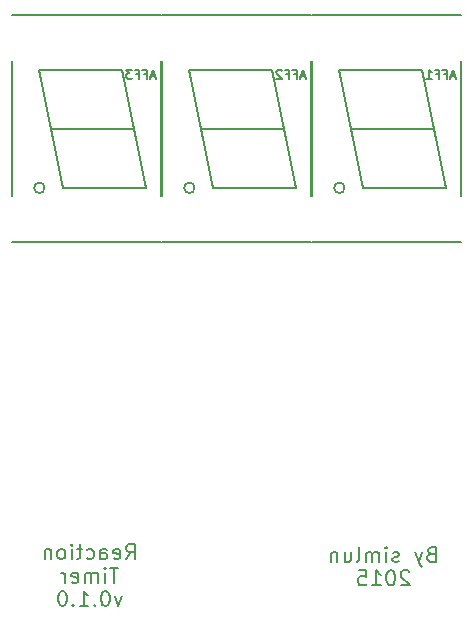
<source format=gbo>
G04 #@! TF.FileFunction,Legend,Bot*
%FSLAX46Y46*%
G04 Gerber Fmt 4.6, Leading zero omitted, Abs format (unit mm)*
G04 Created by KiCad (PCBNEW (2015-04-30 BZR 5634)-product) date Mon 22 Jun 2015 08:21:25 PM CEST*
%MOMM*%
G01*
G04 APERTURE LIST*
%ADD10C,0.100000*%
%ADD11C,0.203200*%
%ADD12C,0.150000*%
G04 APERTURE END LIST*
D10*
D11*
X97747667Y-107122686D02*
X97566238Y-107183162D01*
X97505762Y-107243638D01*
X97445286Y-107364590D01*
X97445286Y-107546019D01*
X97505762Y-107666971D01*
X97566238Y-107727448D01*
X97687191Y-107787924D01*
X98171000Y-107787924D01*
X98171000Y-106517924D01*
X97747667Y-106517924D01*
X97626714Y-106578400D01*
X97566238Y-106638876D01*
X97505762Y-106759829D01*
X97505762Y-106880781D01*
X97566238Y-107001733D01*
X97626714Y-107062210D01*
X97747667Y-107122686D01*
X98171000Y-107122686D01*
X97021952Y-106941257D02*
X96719571Y-107787924D01*
X96417191Y-106941257D02*
X96719571Y-107787924D01*
X96840524Y-108090305D01*
X96901000Y-108150781D01*
X97021952Y-108211257D01*
X95026238Y-107727448D02*
X94905286Y-107787924D01*
X94663381Y-107787924D01*
X94542429Y-107727448D01*
X94481953Y-107606495D01*
X94481953Y-107546019D01*
X94542429Y-107425067D01*
X94663381Y-107364590D01*
X94844810Y-107364590D01*
X94965762Y-107304114D01*
X95026238Y-107183162D01*
X95026238Y-107122686D01*
X94965762Y-107001733D01*
X94844810Y-106941257D01*
X94663381Y-106941257D01*
X94542429Y-107001733D01*
X93937667Y-107787924D02*
X93937667Y-106941257D01*
X93937667Y-106517924D02*
X93998143Y-106578400D01*
X93937667Y-106638876D01*
X93877191Y-106578400D01*
X93937667Y-106517924D01*
X93937667Y-106638876D01*
X93332905Y-107787924D02*
X93332905Y-106941257D01*
X93332905Y-107062210D02*
X93272429Y-107001733D01*
X93151476Y-106941257D01*
X92970048Y-106941257D01*
X92849096Y-107001733D01*
X92788619Y-107122686D01*
X92788619Y-107787924D01*
X92788619Y-107122686D02*
X92728143Y-107001733D01*
X92607191Y-106941257D01*
X92425762Y-106941257D01*
X92304810Y-107001733D01*
X92244334Y-107122686D01*
X92244334Y-107787924D01*
X91458143Y-107787924D02*
X91579096Y-107727448D01*
X91639572Y-107606495D01*
X91639572Y-106517924D01*
X90430048Y-106941257D02*
X90430048Y-107787924D01*
X90974334Y-106941257D02*
X90974334Y-107606495D01*
X90913858Y-107727448D01*
X90792905Y-107787924D01*
X90611477Y-107787924D01*
X90490525Y-107727448D01*
X90430048Y-107666971D01*
X89825286Y-106941257D02*
X89825286Y-107787924D01*
X89825286Y-107062210D02*
X89764810Y-107001733D01*
X89643857Y-106941257D01*
X89462429Y-106941257D01*
X89341477Y-107001733D01*
X89281000Y-107122686D01*
X89281000Y-107787924D01*
X95903143Y-108620076D02*
X95842667Y-108559600D01*
X95721715Y-108499124D01*
X95419334Y-108499124D01*
X95298381Y-108559600D01*
X95237905Y-108620076D01*
X95177429Y-108741029D01*
X95177429Y-108861981D01*
X95237905Y-109043410D01*
X95963619Y-109769124D01*
X95177429Y-109769124D01*
X94391238Y-108499124D02*
X94270286Y-108499124D01*
X94149334Y-108559600D01*
X94088857Y-108620076D01*
X94028381Y-108741029D01*
X93967905Y-108982933D01*
X93967905Y-109285314D01*
X94028381Y-109527219D01*
X94088857Y-109648171D01*
X94149334Y-109708648D01*
X94270286Y-109769124D01*
X94391238Y-109769124D01*
X94512191Y-109708648D01*
X94572667Y-109648171D01*
X94633143Y-109527219D01*
X94693619Y-109285314D01*
X94693619Y-108982933D01*
X94633143Y-108741029D01*
X94572667Y-108620076D01*
X94512191Y-108559600D01*
X94391238Y-108499124D01*
X92758381Y-109769124D02*
X93484095Y-109769124D01*
X93121238Y-109769124D02*
X93121238Y-108499124D01*
X93242190Y-108680552D01*
X93363143Y-108801505D01*
X93484095Y-108861981D01*
X91609333Y-108499124D02*
X92214095Y-108499124D01*
X92274571Y-109103886D01*
X92214095Y-109043410D01*
X92093143Y-108982933D01*
X91790762Y-108982933D01*
X91669809Y-109043410D01*
X91609333Y-109103886D01*
X91548857Y-109224838D01*
X91548857Y-109527219D01*
X91609333Y-109648171D01*
X91669809Y-109708648D01*
X91790762Y-109769124D01*
X92093143Y-109769124D01*
X92214095Y-109708648D01*
X92274571Y-109648171D01*
X71918286Y-107559324D02*
X72341619Y-106954562D01*
X72644000Y-107559324D02*
X72644000Y-106289324D01*
X72160191Y-106289324D01*
X72039238Y-106349800D01*
X71978762Y-106410276D01*
X71918286Y-106531229D01*
X71918286Y-106712657D01*
X71978762Y-106833610D01*
X72039238Y-106894086D01*
X72160191Y-106954562D01*
X72644000Y-106954562D01*
X70890191Y-107498848D02*
X71011143Y-107559324D01*
X71253048Y-107559324D01*
X71374000Y-107498848D01*
X71434476Y-107377895D01*
X71434476Y-106894086D01*
X71374000Y-106773133D01*
X71253048Y-106712657D01*
X71011143Y-106712657D01*
X70890191Y-106773133D01*
X70829714Y-106894086D01*
X70829714Y-107015038D01*
X71434476Y-107135990D01*
X69741143Y-107559324D02*
X69741143Y-106894086D01*
X69801620Y-106773133D01*
X69922572Y-106712657D01*
X70164477Y-106712657D01*
X70285429Y-106773133D01*
X69741143Y-107498848D02*
X69862096Y-107559324D01*
X70164477Y-107559324D01*
X70285429Y-107498848D01*
X70345905Y-107377895D01*
X70345905Y-107256943D01*
X70285429Y-107135990D01*
X70164477Y-107075514D01*
X69862096Y-107075514D01*
X69741143Y-107015038D01*
X68592095Y-107498848D02*
X68713048Y-107559324D01*
X68954952Y-107559324D01*
X69075905Y-107498848D01*
X69136381Y-107438371D01*
X69196857Y-107317419D01*
X69196857Y-106954562D01*
X69136381Y-106833610D01*
X69075905Y-106773133D01*
X68954952Y-106712657D01*
X68713048Y-106712657D01*
X68592095Y-106773133D01*
X68229239Y-106712657D02*
X67745429Y-106712657D01*
X68047810Y-106289324D02*
X68047810Y-107377895D01*
X67987334Y-107498848D01*
X67866381Y-107559324D01*
X67745429Y-107559324D01*
X67322096Y-107559324D02*
X67322096Y-106712657D01*
X67322096Y-106289324D02*
X67382572Y-106349800D01*
X67322096Y-106410276D01*
X67261620Y-106349800D01*
X67322096Y-106289324D01*
X67322096Y-106410276D01*
X66535905Y-107559324D02*
X66656858Y-107498848D01*
X66717334Y-107438371D01*
X66777810Y-107317419D01*
X66777810Y-106954562D01*
X66717334Y-106833610D01*
X66656858Y-106773133D01*
X66535905Y-106712657D01*
X66354477Y-106712657D01*
X66233525Y-106773133D01*
X66173048Y-106833610D01*
X66112572Y-106954562D01*
X66112572Y-107317419D01*
X66173048Y-107438371D01*
X66233525Y-107498848D01*
X66354477Y-107559324D01*
X66535905Y-107559324D01*
X65568286Y-106712657D02*
X65568286Y-107559324D01*
X65568286Y-106833610D02*
X65507810Y-106773133D01*
X65386857Y-106712657D01*
X65205429Y-106712657D01*
X65084477Y-106773133D01*
X65024000Y-106894086D01*
X65024000Y-107559324D01*
X71283285Y-108270524D02*
X70557570Y-108270524D01*
X70920427Y-109540524D02*
X70920427Y-108270524D01*
X70134237Y-109540524D02*
X70134237Y-108693857D01*
X70134237Y-108270524D02*
X70194713Y-108331000D01*
X70134237Y-108391476D01*
X70073761Y-108331000D01*
X70134237Y-108270524D01*
X70134237Y-108391476D01*
X69529475Y-109540524D02*
X69529475Y-108693857D01*
X69529475Y-108814810D02*
X69468999Y-108754333D01*
X69348046Y-108693857D01*
X69166618Y-108693857D01*
X69045666Y-108754333D01*
X68985189Y-108875286D01*
X68985189Y-109540524D01*
X68985189Y-108875286D02*
X68924713Y-108754333D01*
X68803761Y-108693857D01*
X68622332Y-108693857D01*
X68501380Y-108754333D01*
X68440904Y-108875286D01*
X68440904Y-109540524D01*
X67352333Y-109480048D02*
X67473285Y-109540524D01*
X67715190Y-109540524D01*
X67836142Y-109480048D01*
X67896618Y-109359095D01*
X67896618Y-108875286D01*
X67836142Y-108754333D01*
X67715190Y-108693857D01*
X67473285Y-108693857D01*
X67352333Y-108754333D01*
X67291856Y-108875286D01*
X67291856Y-108996238D01*
X67896618Y-109117190D01*
X66747571Y-109540524D02*
X66747571Y-108693857D01*
X66747571Y-108935762D02*
X66687095Y-108814810D01*
X66626619Y-108754333D01*
X66505666Y-108693857D01*
X66384714Y-108693857D01*
X71555428Y-110675057D02*
X71253047Y-111521724D01*
X70950667Y-110675057D01*
X70224952Y-110251724D02*
X70104000Y-110251724D01*
X69983048Y-110312200D01*
X69922571Y-110372676D01*
X69862095Y-110493629D01*
X69801619Y-110735533D01*
X69801619Y-111037914D01*
X69862095Y-111279819D01*
X69922571Y-111400771D01*
X69983048Y-111461248D01*
X70104000Y-111521724D01*
X70224952Y-111521724D01*
X70345905Y-111461248D01*
X70406381Y-111400771D01*
X70466857Y-111279819D01*
X70527333Y-111037914D01*
X70527333Y-110735533D01*
X70466857Y-110493629D01*
X70406381Y-110372676D01*
X70345905Y-110312200D01*
X70224952Y-110251724D01*
X69257333Y-111400771D02*
X69196857Y-111461248D01*
X69257333Y-111521724D01*
X69317809Y-111461248D01*
X69257333Y-111400771D01*
X69257333Y-111521724D01*
X67987333Y-111521724D02*
X68713047Y-111521724D01*
X68350190Y-111521724D02*
X68350190Y-110251724D01*
X68471142Y-110433152D01*
X68592095Y-110554105D01*
X68713047Y-110614581D01*
X67443047Y-111400771D02*
X67382571Y-111461248D01*
X67443047Y-111521724D01*
X67503523Y-111461248D01*
X67443047Y-111400771D01*
X67443047Y-111521724D01*
X66596380Y-110251724D02*
X66475428Y-110251724D01*
X66354476Y-110312200D01*
X66293999Y-110372676D01*
X66233523Y-110493629D01*
X66173047Y-110735533D01*
X66173047Y-111037914D01*
X66233523Y-111279819D01*
X66293999Y-111400771D01*
X66354476Y-111461248D01*
X66475428Y-111521724D01*
X66596380Y-111521724D01*
X66717333Y-111461248D01*
X66777809Y-111400771D01*
X66838285Y-111279819D01*
X66898761Y-111037914D01*
X66898761Y-110735533D01*
X66838285Y-110493629D01*
X66777809Y-110372676D01*
X66717333Y-110312200D01*
X66596380Y-110251724D01*
D12*
X90427214Y-76120000D02*
G75*
G03X90427214Y-76120000I-447214J0D01*
G01*
X96980000Y-66120000D02*
X97980000Y-71120000D01*
X97980000Y-71120000D02*
X98980000Y-76120000D01*
X98980000Y-76120000D02*
X91980000Y-76120000D01*
X91980000Y-76120000D02*
X90980000Y-71120000D01*
X89980000Y-66120000D02*
X90980000Y-71120000D01*
X90980000Y-71120000D02*
X97980000Y-71120000D01*
X96980000Y-66120000D02*
X89980000Y-66120000D01*
X87680000Y-80720000D02*
X100280000Y-80720000D01*
X100280000Y-65420000D02*
X100280000Y-76820000D01*
X87680000Y-65420000D02*
X87680000Y-76820000D01*
X100280000Y-61520000D02*
X87680000Y-61520000D01*
X77727214Y-76120000D02*
G75*
G03X77727214Y-76120000I-447214J0D01*
G01*
X84280000Y-66120000D02*
X85280000Y-71120000D01*
X85280000Y-71120000D02*
X86280000Y-76120000D01*
X86280000Y-76120000D02*
X79280000Y-76120000D01*
X79280000Y-76120000D02*
X78280000Y-71120000D01*
X77280000Y-66120000D02*
X78280000Y-71120000D01*
X78280000Y-71120000D02*
X85280000Y-71120000D01*
X84280000Y-66120000D02*
X77280000Y-66120000D01*
X74980000Y-80720000D02*
X87580000Y-80720000D01*
X87580000Y-65420000D02*
X87580000Y-76820000D01*
X74980000Y-65420000D02*
X74980000Y-76820000D01*
X87580000Y-61520000D02*
X74980000Y-61520000D01*
X65027214Y-76120000D02*
G75*
G03X65027214Y-76120000I-447214J0D01*
G01*
X71580000Y-66120000D02*
X72580000Y-71120000D01*
X72580000Y-71120000D02*
X73580000Y-76120000D01*
X73580000Y-76120000D02*
X66580000Y-76120000D01*
X66580000Y-76120000D02*
X65580000Y-71120000D01*
X64580000Y-66120000D02*
X65580000Y-71120000D01*
X65580000Y-71120000D02*
X72580000Y-71120000D01*
X71580000Y-66120000D02*
X64580000Y-66120000D01*
X62280000Y-80720000D02*
X74880000Y-80720000D01*
X74880000Y-65420000D02*
X74880000Y-76820000D01*
X62280000Y-65420000D02*
X62280000Y-76820000D01*
X74880000Y-61520000D02*
X62280000Y-61520000D01*
X99749428Y-66675000D02*
X99386571Y-66675000D01*
X99822000Y-66892714D02*
X99568000Y-66130714D01*
X99314000Y-66892714D01*
X98805999Y-66493571D02*
X99059999Y-66493571D01*
X99059999Y-66892714D02*
X99059999Y-66130714D01*
X98697142Y-66130714D01*
X98152856Y-66493571D02*
X98406856Y-66493571D01*
X98406856Y-66892714D02*
X98406856Y-66130714D01*
X98043999Y-66130714D01*
X97354571Y-66892714D02*
X97789999Y-66892714D01*
X97572285Y-66892714D02*
X97572285Y-66130714D01*
X97644856Y-66239571D01*
X97717428Y-66312143D01*
X97789999Y-66348429D01*
X87049428Y-66675000D02*
X86686571Y-66675000D01*
X87122000Y-66892714D02*
X86868000Y-66130714D01*
X86614000Y-66892714D01*
X86105999Y-66493571D02*
X86359999Y-66493571D01*
X86359999Y-66892714D02*
X86359999Y-66130714D01*
X85997142Y-66130714D01*
X85452856Y-66493571D02*
X85706856Y-66493571D01*
X85706856Y-66892714D02*
X85706856Y-66130714D01*
X85343999Y-66130714D01*
X85089999Y-66203286D02*
X85053713Y-66167000D01*
X84981142Y-66130714D01*
X84799713Y-66130714D01*
X84727142Y-66167000D01*
X84690856Y-66203286D01*
X84654571Y-66275857D01*
X84654571Y-66348429D01*
X84690856Y-66457286D01*
X85126285Y-66892714D01*
X84654571Y-66892714D01*
X74349428Y-66675000D02*
X73986571Y-66675000D01*
X74422000Y-66892714D02*
X74168000Y-66130714D01*
X73914000Y-66892714D01*
X73405999Y-66493571D02*
X73659999Y-66493571D01*
X73659999Y-66892714D02*
X73659999Y-66130714D01*
X73297142Y-66130714D01*
X72752856Y-66493571D02*
X73006856Y-66493571D01*
X73006856Y-66892714D02*
X73006856Y-66130714D01*
X72643999Y-66130714D01*
X72426285Y-66130714D02*
X71954571Y-66130714D01*
X72208571Y-66421000D01*
X72099713Y-66421000D01*
X72027142Y-66457286D01*
X71990856Y-66493571D01*
X71954571Y-66566143D01*
X71954571Y-66747571D01*
X71990856Y-66820143D01*
X72027142Y-66856429D01*
X72099713Y-66892714D01*
X72317428Y-66892714D01*
X72389999Y-66856429D01*
X72426285Y-66820143D01*
M02*

</source>
